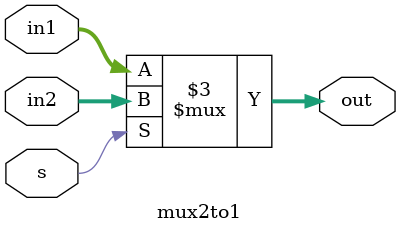
<source format=v>
module mux2to1(in1, in2, s, out);
	input[23:0] in1, in2;
	input s;
	output reg[23:0] out;
	//assign out = (~s & in1) || (s& in2);
	always @(in1, in2, s) begin
		if (s)
			out = in2;
		else
			out = in1;
	end
endmodule
</source>
